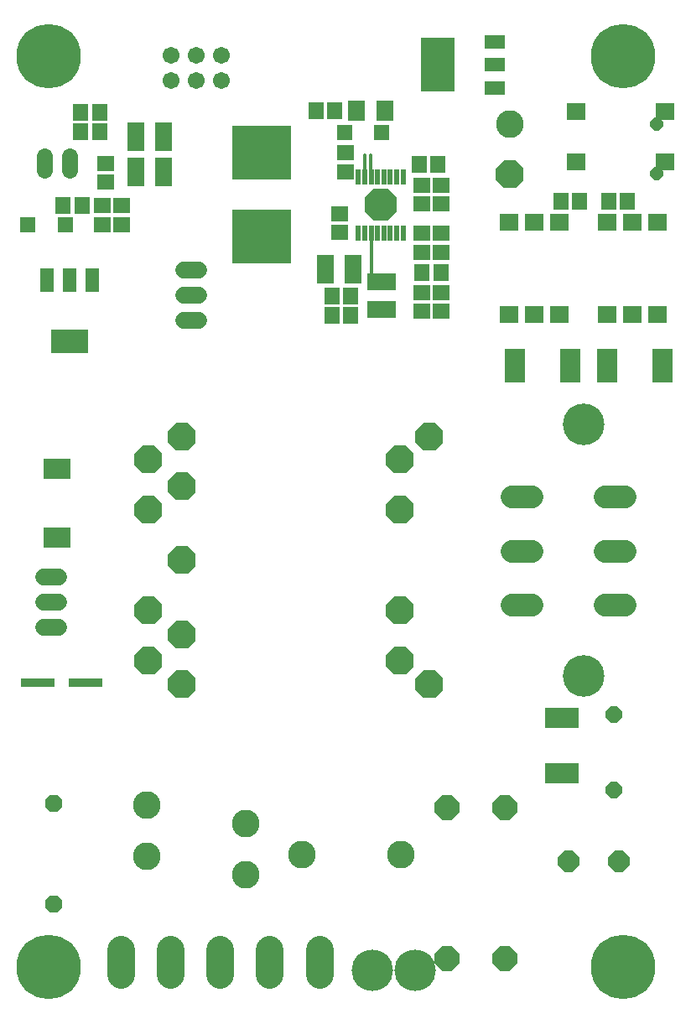
<source format=gts>
G75*
G70*
%OFA0B0*%
%FSLAX24Y24*%
%IPPOS*%
%LPD*%
%AMOC8*
5,1,8,0,0,1.08239X$1,22.5*
%
%ADD10C,0.0120*%
%ADD11C,0.0140*%
%ADD12C,0.1100*%
%ADD13OC8,0.1100*%
%ADD14R,0.0749X0.0671*%
%ADD15R,0.0671X0.0592*%
%ADD16R,0.0592X0.0671*%
%ADD17R,0.0631X0.0631*%
%ADD18R,0.0220X0.0640*%
%ADD19R,0.0880X0.0880*%
%ADD20OC8,0.1299*%
%ADD21R,0.0710X0.1143*%
%ADD22R,0.2362X0.2165*%
%ADD23C,0.0674*%
%ADD24C,0.1100*%
%ADD25OC8,0.0973*%
%ADD26R,0.0710X0.0790*%
%ADD27R,0.1143X0.0710*%
%ADD28C,0.0907*%
%ADD29R,0.0789X0.1340*%
%ADD30R,0.1340X0.0789*%
%ADD31OC8,0.0640*%
%ADD32OC8,0.0840*%
%ADD33C,0.1653*%
%ADD34R,0.0781X0.0678*%
%ADD35R,0.1064X0.0789*%
%ADD36C,0.0674*%
%ADD37R,0.0560X0.0960*%
%ADD38R,0.1504X0.0953*%
%ADD39R,0.1360X0.0380*%
%ADD40R,0.0830X0.0530*%
%ADD41R,0.1375X0.2125*%
%ADD42OC8,0.0680*%
%ADD43C,0.0640*%
%ADD44C,0.2562*%
%ADD45C,0.1650*%
%ADD46OC8,0.0516*%
D10*
X020987Y034577D02*
X020987Y035952D01*
D11*
X020962Y038327D02*
X020962Y039277D01*
X020712Y039277D02*
X020712Y038352D01*
D12*
X026497Y040528D03*
X012044Y013451D03*
X012044Y011426D03*
X015981Y010678D03*
X015981Y012703D03*
X018212Y011487D03*
X022149Y011487D03*
D13*
X023309Y018256D03*
X022137Y019177D03*
X022137Y021177D03*
X022137Y025177D03*
X022137Y027177D03*
X023309Y028098D03*
X026497Y038528D03*
X013466Y028098D03*
X012137Y027177D03*
X013466Y026130D03*
X012137Y025177D03*
X013466Y023177D03*
X012137Y021177D03*
X013466Y020224D03*
X012137Y019177D03*
X013466Y018256D03*
D14*
X029116Y039023D03*
X029116Y041031D03*
X032659Y041031D03*
X032659Y039023D03*
D15*
X023762Y038101D03*
X023762Y037353D03*
X022987Y037353D03*
X022987Y038101D03*
X022987Y036176D03*
X022987Y035428D03*
X023762Y035428D03*
X023762Y036176D03*
X023762Y033826D03*
X023762Y033078D03*
X022987Y033078D03*
X022987Y033826D03*
X019737Y036203D03*
X019737Y036951D03*
X019962Y038628D03*
X019962Y039376D03*
X011062Y037276D03*
X011062Y036528D03*
X010287Y036528D03*
X010287Y037276D03*
X010437Y038203D03*
X010437Y038951D03*
D16*
X010186Y040202D03*
X009438Y040202D03*
X009438Y040977D03*
X010186Y040977D03*
X009486Y037277D03*
X008738Y037277D03*
X018788Y041052D03*
X019536Y041052D03*
X022888Y038902D03*
X023636Y038902D03*
X023751Y034627D03*
X023003Y034627D03*
X020161Y033677D03*
X020161Y032902D03*
X019413Y032902D03*
X019413Y033677D03*
X028513Y037452D03*
X029261Y037452D03*
X030413Y037452D03*
X031161Y037452D03*
D17*
X021410Y040177D03*
X019914Y040177D03*
X008835Y036502D03*
X007339Y036502D03*
D18*
X020462Y036182D03*
X020722Y036182D03*
X020982Y036182D03*
X021232Y036182D03*
X021492Y036182D03*
X021742Y036182D03*
X022002Y036182D03*
X022262Y036182D03*
X022262Y038422D03*
X022002Y038422D03*
X021742Y038422D03*
X021492Y038422D03*
X021232Y038422D03*
X020982Y038422D03*
X020722Y038422D03*
X020462Y038422D03*
D19*
X021362Y037302D03*
D20*
X021362Y037302D03*
D21*
X020263Y034752D03*
X019161Y034752D03*
X012713Y038627D03*
X011611Y038627D03*
X011611Y040002D03*
X012713Y040002D03*
D22*
X016637Y039400D03*
X016637Y036054D03*
D23*
X014134Y034702D02*
X013540Y034702D01*
X013540Y033702D02*
X014134Y033702D01*
X014134Y032702D02*
X013540Y032702D01*
X008559Y022527D02*
X007965Y022527D01*
X007965Y021527D02*
X008559Y021527D01*
X008559Y020527D02*
X007965Y020527D01*
D24*
X011037Y007727D02*
X011037Y006727D01*
X013006Y006727D02*
X013006Y007727D01*
X014974Y007727D02*
X014974Y006727D01*
X016943Y006727D02*
X016943Y007727D01*
X018911Y007727D02*
X018911Y006727D01*
D25*
X023992Y007362D03*
X026298Y007362D03*
X026298Y013362D03*
X023992Y013362D03*
D26*
X021522Y041052D03*
X020402Y041052D03*
D27*
X021387Y034253D03*
X021387Y033151D03*
D28*
X026550Y025702D02*
X027375Y025702D01*
X027375Y023552D02*
X026550Y023552D01*
X026550Y021402D02*
X027375Y021402D01*
X030250Y021402D02*
X031075Y021402D01*
X031075Y023552D02*
X030250Y023552D01*
X030250Y025702D02*
X031075Y025702D01*
D29*
X030360Y030927D03*
X028890Y030927D03*
X026685Y030927D03*
X032565Y030927D03*
D30*
X028562Y016930D03*
X028562Y014725D03*
D31*
X030637Y014052D03*
X030637Y017052D03*
D32*
X030837Y011202D03*
X028837Y011202D03*
D33*
X029437Y018577D03*
X029437Y028577D03*
D34*
X030362Y032948D03*
X031362Y032948D03*
X032362Y032948D03*
X032362Y036606D03*
X031362Y036606D03*
X030362Y036606D03*
X028462Y036606D03*
X027462Y036606D03*
X026462Y036606D03*
X026462Y032948D03*
X027462Y032948D03*
X028462Y032948D03*
D35*
X008487Y026810D03*
X008487Y024094D03*
D36*
X013025Y042246D03*
X013025Y043246D03*
X014025Y043246D03*
X014025Y042246D03*
X015025Y042246D03*
X015025Y043246D03*
D37*
X009897Y034322D03*
X008987Y034322D03*
X008077Y034322D03*
D38*
X008987Y031882D03*
D39*
X009637Y018302D03*
X007737Y018302D03*
D40*
X025897Y041967D03*
X025897Y042877D03*
X025897Y043787D03*
D41*
X023627Y042877D03*
D42*
X008362Y013527D03*
X008362Y009527D03*
D43*
X007987Y038697D02*
X007987Y039257D01*
X008987Y039257D02*
X008987Y038697D01*
D44*
X008162Y007002D03*
X030997Y007002D03*
X030997Y043222D03*
X008162Y043222D03*
D45*
X021037Y006877D03*
X022737Y006877D03*
D46*
X032337Y038552D03*
X032337Y040527D03*
M02*

</source>
